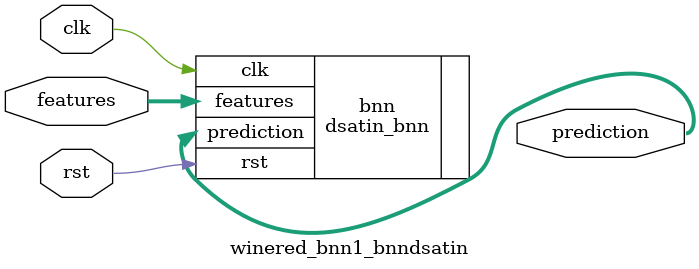
<source format=v>

















module winered_bnn1_bnndsatin #(

parameter FEAT_CNT = 11,
parameter HIDDEN_CNT = 40,
parameter FEAT_BITS = 4,
parameter CLASS_CNT = 6,
parameter TEST_CNT = 1000


  ) (
  input clk,
  input rst,
  input [FEAT_CNT*FEAT_BITS-1:0] features,
  output [$clog2(CLASS_CNT)-1:0] prediction
  );

  localparam Weights0 = 440'b11101100111111100100101100110010011011110110111111101101011011000101100010011000011100010100101010010000111110001110100110011010100011010100001101110011000000011110001100111000111000000010110101110111101111111000101110110001010110011111100000101010011100101001111011101110111001010100110111000110111111000101110111100001000000011011111010111001101100001010010111011100011001101010110110010000011110100000101000110010000011100000000110011000 ;
  localparam Weights1 = 240'b101011110101010111101111010101000101111001101110110011111110010011110100100011101000101011111101111001010101001011000101101011100011011000100010000100100000001111000110100000011011100000011101001111010010001011110000001101110000010000111001 ;
  localparam Widths = 320'h05070605050606050506060606060606060605060607050605060605060505060606060606050606 ;
  localparam Sature = 40'b1011101110010111111110111011011110011111 ;

  dsatin_bnn #(.FEAT_CNT(FEAT_CNT),.FEAT_BITS(FEAT_BITS),.HIDDEN_CNT(HIDDEN_CNT),.CLASS_CNT(CLASS_CNT),.Weights0(Weights0),.Weights1(Weights1),
    .WIDTHS(Widths), .SATURE(Sature)) bnn (
    .clk(clk),
    .rst(rst),
    .features(features),
    .prediction(prediction)
  );

endmodule

</source>
